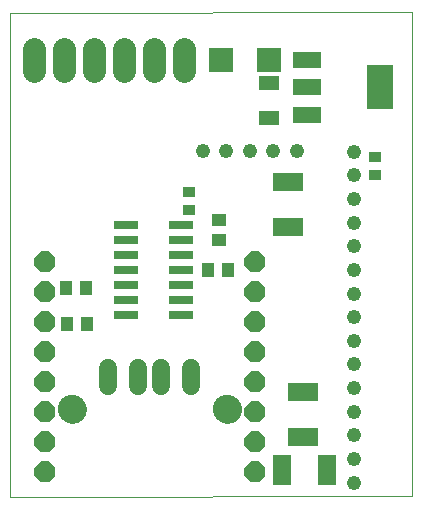
<source format=gbs>
G75*
%MOIN*%
%OFA0B0*%
%FSLAX25Y25*%
%IPPOS*%
%LPD*%
%AMOC8*
5,1,8,0,0,1.08239X$1,22.5*
%
%ADD10C,0.00000*%
%ADD11R,0.10400X0.06400*%
%ADD12R,0.06400X0.10400*%
%ADD13R,0.04200X0.03400*%
%ADD14R,0.07100X0.04900*%
%ADD15R,0.08274X0.08274*%
%ADD16R,0.09200X0.05200*%
%ADD17R,0.09061X0.14573*%
%ADD18R,0.04731X0.04337*%
%ADD19R,0.04337X0.04731*%
%ADD20C,0.04762*%
%ADD21OC8,0.07000*%
%ADD22R,0.08200X0.02600*%
%ADD23C,0.06140*%
%ADD24C,0.09455*%
%ADD25C,0.07800*%
D10*
X0002200Y0012366D02*
X0002200Y0173783D01*
X0136255Y0173980D01*
X0136255Y0012563D01*
X0002200Y0012366D01*
X0018341Y0041618D02*
X0018343Y0041752D01*
X0018349Y0041886D01*
X0018359Y0042020D01*
X0018373Y0042154D01*
X0018391Y0042287D01*
X0018412Y0042419D01*
X0018438Y0042551D01*
X0018468Y0042682D01*
X0018501Y0042812D01*
X0018538Y0042940D01*
X0018580Y0043068D01*
X0018624Y0043195D01*
X0018673Y0043320D01*
X0018725Y0043443D01*
X0018781Y0043565D01*
X0018841Y0043686D01*
X0018904Y0043804D01*
X0018970Y0043921D01*
X0019040Y0044035D01*
X0019113Y0044148D01*
X0019190Y0044258D01*
X0019270Y0044366D01*
X0019353Y0044471D01*
X0019439Y0044574D01*
X0019528Y0044674D01*
X0019620Y0044772D01*
X0019715Y0044867D01*
X0019813Y0044959D01*
X0019913Y0045048D01*
X0020016Y0045134D01*
X0020121Y0045217D01*
X0020229Y0045297D01*
X0020339Y0045374D01*
X0020452Y0045447D01*
X0020566Y0045517D01*
X0020683Y0045583D01*
X0020801Y0045646D01*
X0020922Y0045706D01*
X0021044Y0045762D01*
X0021167Y0045814D01*
X0021292Y0045863D01*
X0021419Y0045907D01*
X0021547Y0045949D01*
X0021675Y0045986D01*
X0021805Y0046019D01*
X0021936Y0046049D01*
X0022068Y0046075D01*
X0022200Y0046096D01*
X0022333Y0046114D01*
X0022467Y0046128D01*
X0022601Y0046138D01*
X0022735Y0046144D01*
X0022869Y0046146D01*
X0023003Y0046144D01*
X0023137Y0046138D01*
X0023271Y0046128D01*
X0023405Y0046114D01*
X0023538Y0046096D01*
X0023670Y0046075D01*
X0023802Y0046049D01*
X0023933Y0046019D01*
X0024063Y0045986D01*
X0024191Y0045949D01*
X0024319Y0045907D01*
X0024446Y0045863D01*
X0024571Y0045814D01*
X0024694Y0045762D01*
X0024816Y0045706D01*
X0024937Y0045646D01*
X0025055Y0045583D01*
X0025172Y0045517D01*
X0025286Y0045447D01*
X0025399Y0045374D01*
X0025509Y0045297D01*
X0025617Y0045217D01*
X0025722Y0045134D01*
X0025825Y0045048D01*
X0025925Y0044959D01*
X0026023Y0044867D01*
X0026118Y0044772D01*
X0026210Y0044674D01*
X0026299Y0044574D01*
X0026385Y0044471D01*
X0026468Y0044366D01*
X0026548Y0044258D01*
X0026625Y0044148D01*
X0026698Y0044035D01*
X0026768Y0043921D01*
X0026834Y0043804D01*
X0026897Y0043686D01*
X0026957Y0043565D01*
X0027013Y0043443D01*
X0027065Y0043320D01*
X0027114Y0043195D01*
X0027158Y0043068D01*
X0027200Y0042940D01*
X0027237Y0042812D01*
X0027270Y0042682D01*
X0027300Y0042551D01*
X0027326Y0042419D01*
X0027347Y0042287D01*
X0027365Y0042154D01*
X0027379Y0042020D01*
X0027389Y0041886D01*
X0027395Y0041752D01*
X0027397Y0041618D01*
X0027395Y0041484D01*
X0027389Y0041350D01*
X0027379Y0041216D01*
X0027365Y0041082D01*
X0027347Y0040949D01*
X0027326Y0040817D01*
X0027300Y0040685D01*
X0027270Y0040554D01*
X0027237Y0040424D01*
X0027200Y0040296D01*
X0027158Y0040168D01*
X0027114Y0040041D01*
X0027065Y0039916D01*
X0027013Y0039793D01*
X0026957Y0039671D01*
X0026897Y0039550D01*
X0026834Y0039432D01*
X0026768Y0039315D01*
X0026698Y0039201D01*
X0026625Y0039088D01*
X0026548Y0038978D01*
X0026468Y0038870D01*
X0026385Y0038765D01*
X0026299Y0038662D01*
X0026210Y0038562D01*
X0026118Y0038464D01*
X0026023Y0038369D01*
X0025925Y0038277D01*
X0025825Y0038188D01*
X0025722Y0038102D01*
X0025617Y0038019D01*
X0025509Y0037939D01*
X0025399Y0037862D01*
X0025286Y0037789D01*
X0025172Y0037719D01*
X0025055Y0037653D01*
X0024937Y0037590D01*
X0024816Y0037530D01*
X0024694Y0037474D01*
X0024571Y0037422D01*
X0024446Y0037373D01*
X0024319Y0037329D01*
X0024191Y0037287D01*
X0024063Y0037250D01*
X0023933Y0037217D01*
X0023802Y0037187D01*
X0023670Y0037161D01*
X0023538Y0037140D01*
X0023405Y0037122D01*
X0023271Y0037108D01*
X0023137Y0037098D01*
X0023003Y0037092D01*
X0022869Y0037090D01*
X0022735Y0037092D01*
X0022601Y0037098D01*
X0022467Y0037108D01*
X0022333Y0037122D01*
X0022200Y0037140D01*
X0022068Y0037161D01*
X0021936Y0037187D01*
X0021805Y0037217D01*
X0021675Y0037250D01*
X0021547Y0037287D01*
X0021419Y0037329D01*
X0021292Y0037373D01*
X0021167Y0037422D01*
X0021044Y0037474D01*
X0020922Y0037530D01*
X0020801Y0037590D01*
X0020683Y0037653D01*
X0020566Y0037719D01*
X0020452Y0037789D01*
X0020339Y0037862D01*
X0020229Y0037939D01*
X0020121Y0038019D01*
X0020016Y0038102D01*
X0019913Y0038188D01*
X0019813Y0038277D01*
X0019715Y0038369D01*
X0019620Y0038464D01*
X0019528Y0038562D01*
X0019439Y0038662D01*
X0019353Y0038765D01*
X0019270Y0038870D01*
X0019190Y0038978D01*
X0019113Y0039088D01*
X0019040Y0039201D01*
X0018970Y0039315D01*
X0018904Y0039432D01*
X0018841Y0039550D01*
X0018781Y0039671D01*
X0018725Y0039793D01*
X0018673Y0039916D01*
X0018624Y0040041D01*
X0018580Y0040168D01*
X0018538Y0040296D01*
X0018501Y0040424D01*
X0018468Y0040554D01*
X0018438Y0040685D01*
X0018412Y0040817D01*
X0018391Y0040949D01*
X0018373Y0041082D01*
X0018359Y0041216D01*
X0018349Y0041350D01*
X0018343Y0041484D01*
X0018341Y0041618D01*
X0070074Y0041618D02*
X0070076Y0041752D01*
X0070082Y0041886D01*
X0070092Y0042020D01*
X0070106Y0042154D01*
X0070124Y0042287D01*
X0070145Y0042419D01*
X0070171Y0042551D01*
X0070201Y0042682D01*
X0070234Y0042812D01*
X0070271Y0042940D01*
X0070313Y0043068D01*
X0070357Y0043195D01*
X0070406Y0043320D01*
X0070458Y0043443D01*
X0070514Y0043565D01*
X0070574Y0043686D01*
X0070637Y0043804D01*
X0070703Y0043921D01*
X0070773Y0044035D01*
X0070846Y0044148D01*
X0070923Y0044258D01*
X0071003Y0044366D01*
X0071086Y0044471D01*
X0071172Y0044574D01*
X0071261Y0044674D01*
X0071353Y0044772D01*
X0071448Y0044867D01*
X0071546Y0044959D01*
X0071646Y0045048D01*
X0071749Y0045134D01*
X0071854Y0045217D01*
X0071962Y0045297D01*
X0072072Y0045374D01*
X0072185Y0045447D01*
X0072299Y0045517D01*
X0072416Y0045583D01*
X0072534Y0045646D01*
X0072655Y0045706D01*
X0072777Y0045762D01*
X0072900Y0045814D01*
X0073025Y0045863D01*
X0073152Y0045907D01*
X0073280Y0045949D01*
X0073408Y0045986D01*
X0073538Y0046019D01*
X0073669Y0046049D01*
X0073801Y0046075D01*
X0073933Y0046096D01*
X0074066Y0046114D01*
X0074200Y0046128D01*
X0074334Y0046138D01*
X0074468Y0046144D01*
X0074602Y0046146D01*
X0074736Y0046144D01*
X0074870Y0046138D01*
X0075004Y0046128D01*
X0075138Y0046114D01*
X0075271Y0046096D01*
X0075403Y0046075D01*
X0075535Y0046049D01*
X0075666Y0046019D01*
X0075796Y0045986D01*
X0075924Y0045949D01*
X0076052Y0045907D01*
X0076179Y0045863D01*
X0076304Y0045814D01*
X0076427Y0045762D01*
X0076549Y0045706D01*
X0076670Y0045646D01*
X0076788Y0045583D01*
X0076905Y0045517D01*
X0077019Y0045447D01*
X0077132Y0045374D01*
X0077242Y0045297D01*
X0077350Y0045217D01*
X0077455Y0045134D01*
X0077558Y0045048D01*
X0077658Y0044959D01*
X0077756Y0044867D01*
X0077851Y0044772D01*
X0077943Y0044674D01*
X0078032Y0044574D01*
X0078118Y0044471D01*
X0078201Y0044366D01*
X0078281Y0044258D01*
X0078358Y0044148D01*
X0078431Y0044035D01*
X0078501Y0043921D01*
X0078567Y0043804D01*
X0078630Y0043686D01*
X0078690Y0043565D01*
X0078746Y0043443D01*
X0078798Y0043320D01*
X0078847Y0043195D01*
X0078891Y0043068D01*
X0078933Y0042940D01*
X0078970Y0042812D01*
X0079003Y0042682D01*
X0079033Y0042551D01*
X0079059Y0042419D01*
X0079080Y0042287D01*
X0079098Y0042154D01*
X0079112Y0042020D01*
X0079122Y0041886D01*
X0079128Y0041752D01*
X0079130Y0041618D01*
X0079128Y0041484D01*
X0079122Y0041350D01*
X0079112Y0041216D01*
X0079098Y0041082D01*
X0079080Y0040949D01*
X0079059Y0040817D01*
X0079033Y0040685D01*
X0079003Y0040554D01*
X0078970Y0040424D01*
X0078933Y0040296D01*
X0078891Y0040168D01*
X0078847Y0040041D01*
X0078798Y0039916D01*
X0078746Y0039793D01*
X0078690Y0039671D01*
X0078630Y0039550D01*
X0078567Y0039432D01*
X0078501Y0039315D01*
X0078431Y0039201D01*
X0078358Y0039088D01*
X0078281Y0038978D01*
X0078201Y0038870D01*
X0078118Y0038765D01*
X0078032Y0038662D01*
X0077943Y0038562D01*
X0077851Y0038464D01*
X0077756Y0038369D01*
X0077658Y0038277D01*
X0077558Y0038188D01*
X0077455Y0038102D01*
X0077350Y0038019D01*
X0077242Y0037939D01*
X0077132Y0037862D01*
X0077019Y0037789D01*
X0076905Y0037719D01*
X0076788Y0037653D01*
X0076670Y0037590D01*
X0076549Y0037530D01*
X0076427Y0037474D01*
X0076304Y0037422D01*
X0076179Y0037373D01*
X0076052Y0037329D01*
X0075924Y0037287D01*
X0075796Y0037250D01*
X0075666Y0037217D01*
X0075535Y0037187D01*
X0075403Y0037161D01*
X0075271Y0037140D01*
X0075138Y0037122D01*
X0075004Y0037108D01*
X0074870Y0037098D01*
X0074736Y0037092D01*
X0074602Y0037090D01*
X0074468Y0037092D01*
X0074334Y0037098D01*
X0074200Y0037108D01*
X0074066Y0037122D01*
X0073933Y0037140D01*
X0073801Y0037161D01*
X0073669Y0037187D01*
X0073538Y0037217D01*
X0073408Y0037250D01*
X0073280Y0037287D01*
X0073152Y0037329D01*
X0073025Y0037373D01*
X0072900Y0037422D01*
X0072777Y0037474D01*
X0072655Y0037530D01*
X0072534Y0037590D01*
X0072416Y0037653D01*
X0072299Y0037719D01*
X0072185Y0037789D01*
X0072072Y0037862D01*
X0071962Y0037939D01*
X0071854Y0038019D01*
X0071749Y0038102D01*
X0071646Y0038188D01*
X0071546Y0038277D01*
X0071448Y0038369D01*
X0071353Y0038464D01*
X0071261Y0038562D01*
X0071172Y0038662D01*
X0071086Y0038765D01*
X0071003Y0038870D01*
X0070923Y0038978D01*
X0070846Y0039088D01*
X0070773Y0039201D01*
X0070703Y0039315D01*
X0070637Y0039432D01*
X0070574Y0039550D01*
X0070514Y0039671D01*
X0070458Y0039793D01*
X0070406Y0039916D01*
X0070357Y0040041D01*
X0070313Y0040168D01*
X0070271Y0040296D01*
X0070234Y0040424D01*
X0070201Y0040554D01*
X0070171Y0040685D01*
X0070145Y0040817D01*
X0070124Y0040949D01*
X0070106Y0041082D01*
X0070092Y0041216D01*
X0070082Y0041350D01*
X0070076Y0041484D01*
X0070074Y0041618D01*
D11*
X0099759Y0047189D03*
X0099759Y0032189D03*
X0094798Y0102465D03*
X0094798Y0117465D03*
D12*
X0092771Y0021343D03*
X0107771Y0021343D03*
D13*
X0061728Y0107849D03*
X0061728Y0114049D03*
X0123932Y0119581D03*
X0123932Y0125781D03*
D14*
X0088617Y0138771D03*
X0088617Y0150371D03*
D15*
X0088420Y0158035D03*
X0072672Y0158035D03*
D16*
X0101063Y0158002D03*
X0101063Y0148902D03*
X0101063Y0139802D03*
D17*
X0125464Y0148902D03*
D18*
X0071728Y0104531D03*
X0071728Y0097839D03*
D19*
X0074877Y0087957D03*
X0068184Y0087957D03*
X0027909Y0070083D03*
X0021216Y0070083D03*
X0020901Y0081894D03*
X0027594Y0081894D03*
D20*
X0066373Y0127642D03*
X0074247Y0127642D03*
X0082121Y0127642D03*
X0089995Y0127642D03*
X0097869Y0127642D03*
X0116767Y0127366D03*
X0116767Y0119492D03*
X0116767Y0111618D03*
X0116767Y0103744D03*
X0116767Y0095870D03*
X0116767Y0087996D03*
X0116767Y0080122D03*
X0116767Y0072248D03*
X0116767Y0064374D03*
X0116767Y0056500D03*
X0116767Y0048626D03*
X0116767Y0040752D03*
X0116767Y0032878D03*
X0116767Y0025004D03*
X0116767Y0017130D03*
D21*
X0083932Y0020555D03*
X0083932Y0030555D03*
X0083932Y0040555D03*
X0083932Y0050555D03*
X0083932Y0060555D03*
X0083932Y0070555D03*
X0083932Y0080555D03*
X0083932Y0090555D03*
X0013932Y0090555D03*
X0013932Y0080555D03*
X0013932Y0070555D03*
X0013932Y0060555D03*
X0013932Y0050555D03*
X0013932Y0040555D03*
X0013932Y0030555D03*
X0013932Y0020555D03*
D22*
X0040695Y0072996D03*
X0040695Y0077996D03*
X0040695Y0082996D03*
X0040695Y0087996D03*
X0040695Y0092996D03*
X0040695Y0097996D03*
X0040695Y0102996D03*
X0059295Y0102996D03*
X0059295Y0097996D03*
X0059295Y0092996D03*
X0059295Y0087996D03*
X0059295Y0082996D03*
X0059295Y0077996D03*
X0059295Y0072996D03*
D23*
X0062515Y0055157D02*
X0062515Y0049417D01*
X0052672Y0049417D02*
X0052672Y0055157D01*
X0044798Y0055157D02*
X0044798Y0049417D01*
X0034956Y0049417D02*
X0034956Y0055157D01*
D24*
X0022869Y0041618D03*
X0074602Y0041618D03*
D25*
X0060074Y0154335D02*
X0060074Y0161735D01*
X0050074Y0161735D02*
X0050074Y0154335D01*
X0040074Y0154335D02*
X0040074Y0161735D01*
X0030074Y0161735D02*
X0030074Y0154335D01*
X0020074Y0154335D02*
X0020074Y0161735D01*
X0010074Y0161735D02*
X0010074Y0154335D01*
M02*

</source>
